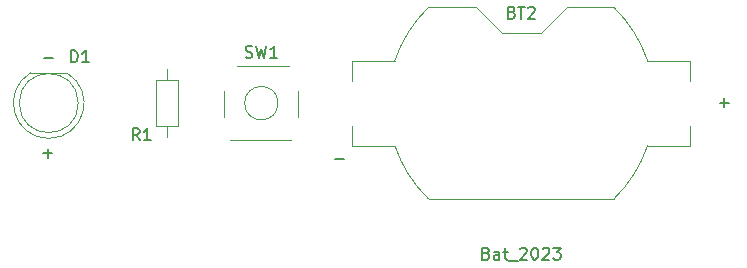
<source format=gto>
%TF.GenerationSoftware,KiCad,Pcbnew,8.0.4*%
%TF.CreationDate,2025-01-27T11:44:45+05:30*%
%TF.ProjectId,Flash_light,466c6173-685f-46c6-9967-68742e6b6963,1*%
%TF.SameCoordinates,Original*%
%TF.FileFunction,Legend,Top*%
%TF.FilePolarity,Positive*%
%FSLAX46Y46*%
G04 Gerber Fmt 4.6, Leading zero omitted, Abs format (unit mm)*
G04 Created by KiCad (PCBNEW 8.0.4) date 2025-01-27 11:44:45*
%MOMM*%
%LPD*%
G01*
G04 APERTURE LIST*
%ADD10C,0.150000*%
%ADD11C,0.120000*%
G04 APERTURE END LIST*
D10*
X164806779Y-163228866D02*
X165568684Y-163228866D01*
X165187731Y-163609819D02*
X165187731Y-162847914D01*
X132266779Y-168018866D02*
X133028684Y-168018866D01*
X107616779Y-159388866D02*
X108378684Y-159388866D01*
X107516779Y-167478866D02*
X108278684Y-167478866D01*
X107897731Y-167859819D02*
X107897731Y-167097914D01*
X124666667Y-159357200D02*
X124809524Y-159404819D01*
X124809524Y-159404819D02*
X125047619Y-159404819D01*
X125047619Y-159404819D02*
X125142857Y-159357200D01*
X125142857Y-159357200D02*
X125190476Y-159309580D01*
X125190476Y-159309580D02*
X125238095Y-159214342D01*
X125238095Y-159214342D02*
X125238095Y-159119104D01*
X125238095Y-159119104D02*
X125190476Y-159023866D01*
X125190476Y-159023866D02*
X125142857Y-158976247D01*
X125142857Y-158976247D02*
X125047619Y-158928628D01*
X125047619Y-158928628D02*
X124857143Y-158881009D01*
X124857143Y-158881009D02*
X124761905Y-158833390D01*
X124761905Y-158833390D02*
X124714286Y-158785771D01*
X124714286Y-158785771D02*
X124666667Y-158690533D01*
X124666667Y-158690533D02*
X124666667Y-158595295D01*
X124666667Y-158595295D02*
X124714286Y-158500057D01*
X124714286Y-158500057D02*
X124761905Y-158452438D01*
X124761905Y-158452438D02*
X124857143Y-158404819D01*
X124857143Y-158404819D02*
X125095238Y-158404819D01*
X125095238Y-158404819D02*
X125238095Y-158452438D01*
X125571429Y-158404819D02*
X125809524Y-159404819D01*
X125809524Y-159404819D02*
X126000000Y-158690533D01*
X126000000Y-158690533D02*
X126190476Y-159404819D01*
X126190476Y-159404819D02*
X126428572Y-158404819D01*
X127333333Y-159404819D02*
X126761905Y-159404819D01*
X127047619Y-159404819D02*
X127047619Y-158404819D01*
X127047619Y-158404819D02*
X126952381Y-158547676D01*
X126952381Y-158547676D02*
X126857143Y-158642914D01*
X126857143Y-158642914D02*
X126761905Y-158690533D01*
X115693333Y-166384819D02*
X115360000Y-165908628D01*
X115121905Y-166384819D02*
X115121905Y-165384819D01*
X115121905Y-165384819D02*
X115502857Y-165384819D01*
X115502857Y-165384819D02*
X115598095Y-165432438D01*
X115598095Y-165432438D02*
X115645714Y-165480057D01*
X115645714Y-165480057D02*
X115693333Y-165575295D01*
X115693333Y-165575295D02*
X115693333Y-165718152D01*
X115693333Y-165718152D02*
X115645714Y-165813390D01*
X115645714Y-165813390D02*
X115598095Y-165861009D01*
X115598095Y-165861009D02*
X115502857Y-165908628D01*
X115502857Y-165908628D02*
X115121905Y-165908628D01*
X116645714Y-166384819D02*
X116074286Y-166384819D01*
X116360000Y-166384819D02*
X116360000Y-165384819D01*
X116360000Y-165384819D02*
X116264762Y-165527676D01*
X116264762Y-165527676D02*
X116169524Y-165622914D01*
X116169524Y-165622914D02*
X116074286Y-165670533D01*
X109881905Y-159784819D02*
X109881905Y-158784819D01*
X109881905Y-158784819D02*
X110120000Y-158784819D01*
X110120000Y-158784819D02*
X110262857Y-158832438D01*
X110262857Y-158832438D02*
X110358095Y-158927676D01*
X110358095Y-158927676D02*
X110405714Y-159022914D01*
X110405714Y-159022914D02*
X110453333Y-159213390D01*
X110453333Y-159213390D02*
X110453333Y-159356247D01*
X110453333Y-159356247D02*
X110405714Y-159546723D01*
X110405714Y-159546723D02*
X110358095Y-159641961D01*
X110358095Y-159641961D02*
X110262857Y-159737200D01*
X110262857Y-159737200D02*
X110120000Y-159784819D01*
X110120000Y-159784819D02*
X109881905Y-159784819D01*
X111405714Y-159784819D02*
X110834286Y-159784819D01*
X111120000Y-159784819D02*
X111120000Y-158784819D01*
X111120000Y-158784819D02*
X111024762Y-158927676D01*
X111024762Y-158927676D02*
X110929524Y-159022914D01*
X110929524Y-159022914D02*
X110834286Y-159070533D01*
X147214285Y-155561009D02*
X147357142Y-155608628D01*
X147357142Y-155608628D02*
X147404761Y-155656247D01*
X147404761Y-155656247D02*
X147452380Y-155751485D01*
X147452380Y-155751485D02*
X147452380Y-155894342D01*
X147452380Y-155894342D02*
X147404761Y-155989580D01*
X147404761Y-155989580D02*
X147357142Y-156037200D01*
X147357142Y-156037200D02*
X147261904Y-156084819D01*
X147261904Y-156084819D02*
X146880952Y-156084819D01*
X146880952Y-156084819D02*
X146880952Y-155084819D01*
X146880952Y-155084819D02*
X147214285Y-155084819D01*
X147214285Y-155084819D02*
X147309523Y-155132438D01*
X147309523Y-155132438D02*
X147357142Y-155180057D01*
X147357142Y-155180057D02*
X147404761Y-155275295D01*
X147404761Y-155275295D02*
X147404761Y-155370533D01*
X147404761Y-155370533D02*
X147357142Y-155465771D01*
X147357142Y-155465771D02*
X147309523Y-155513390D01*
X147309523Y-155513390D02*
X147214285Y-155561009D01*
X147214285Y-155561009D02*
X146880952Y-155561009D01*
X147738095Y-155084819D02*
X148309523Y-155084819D01*
X148023809Y-156084819D02*
X148023809Y-155084819D01*
X148595238Y-155180057D02*
X148642857Y-155132438D01*
X148642857Y-155132438D02*
X148738095Y-155084819D01*
X148738095Y-155084819D02*
X148976190Y-155084819D01*
X148976190Y-155084819D02*
X149071428Y-155132438D01*
X149071428Y-155132438D02*
X149119047Y-155180057D01*
X149119047Y-155180057D02*
X149166666Y-155275295D01*
X149166666Y-155275295D02*
X149166666Y-155370533D01*
X149166666Y-155370533D02*
X149119047Y-155513390D01*
X149119047Y-155513390D02*
X148547619Y-156084819D01*
X148547619Y-156084819D02*
X149166666Y-156084819D01*
X145057618Y-175971009D02*
X145200475Y-176018628D01*
X145200475Y-176018628D02*
X145248094Y-176066247D01*
X145248094Y-176066247D02*
X145295713Y-176161485D01*
X145295713Y-176161485D02*
X145295713Y-176304342D01*
X145295713Y-176304342D02*
X145248094Y-176399580D01*
X145248094Y-176399580D02*
X145200475Y-176447200D01*
X145200475Y-176447200D02*
X145105237Y-176494819D01*
X145105237Y-176494819D02*
X144724285Y-176494819D01*
X144724285Y-176494819D02*
X144724285Y-175494819D01*
X144724285Y-175494819D02*
X145057618Y-175494819D01*
X145057618Y-175494819D02*
X145152856Y-175542438D01*
X145152856Y-175542438D02*
X145200475Y-175590057D01*
X145200475Y-175590057D02*
X145248094Y-175685295D01*
X145248094Y-175685295D02*
X145248094Y-175780533D01*
X145248094Y-175780533D02*
X145200475Y-175875771D01*
X145200475Y-175875771D02*
X145152856Y-175923390D01*
X145152856Y-175923390D02*
X145057618Y-175971009D01*
X145057618Y-175971009D02*
X144724285Y-175971009D01*
X146152856Y-176494819D02*
X146152856Y-175971009D01*
X146152856Y-175971009D02*
X146105237Y-175875771D01*
X146105237Y-175875771D02*
X146009999Y-175828152D01*
X146009999Y-175828152D02*
X145819523Y-175828152D01*
X145819523Y-175828152D02*
X145724285Y-175875771D01*
X146152856Y-176447200D02*
X146057618Y-176494819D01*
X146057618Y-176494819D02*
X145819523Y-176494819D01*
X145819523Y-176494819D02*
X145724285Y-176447200D01*
X145724285Y-176447200D02*
X145676666Y-176351961D01*
X145676666Y-176351961D02*
X145676666Y-176256723D01*
X145676666Y-176256723D02*
X145724285Y-176161485D01*
X145724285Y-176161485D02*
X145819523Y-176113866D01*
X145819523Y-176113866D02*
X146057618Y-176113866D01*
X146057618Y-176113866D02*
X146152856Y-176066247D01*
X146486190Y-175828152D02*
X146867142Y-175828152D01*
X146629047Y-175494819D02*
X146629047Y-176351961D01*
X146629047Y-176351961D02*
X146676666Y-176447200D01*
X146676666Y-176447200D02*
X146771904Y-176494819D01*
X146771904Y-176494819D02*
X146867142Y-176494819D01*
X146962381Y-176590057D02*
X147724285Y-176590057D01*
X147914762Y-175590057D02*
X147962381Y-175542438D01*
X147962381Y-175542438D02*
X148057619Y-175494819D01*
X148057619Y-175494819D02*
X148295714Y-175494819D01*
X148295714Y-175494819D02*
X148390952Y-175542438D01*
X148390952Y-175542438D02*
X148438571Y-175590057D01*
X148438571Y-175590057D02*
X148486190Y-175685295D01*
X148486190Y-175685295D02*
X148486190Y-175780533D01*
X148486190Y-175780533D02*
X148438571Y-175923390D01*
X148438571Y-175923390D02*
X147867143Y-176494819D01*
X147867143Y-176494819D02*
X148486190Y-176494819D01*
X149105238Y-175494819D02*
X149200476Y-175494819D01*
X149200476Y-175494819D02*
X149295714Y-175542438D01*
X149295714Y-175542438D02*
X149343333Y-175590057D01*
X149343333Y-175590057D02*
X149390952Y-175685295D01*
X149390952Y-175685295D02*
X149438571Y-175875771D01*
X149438571Y-175875771D02*
X149438571Y-176113866D01*
X149438571Y-176113866D02*
X149390952Y-176304342D01*
X149390952Y-176304342D02*
X149343333Y-176399580D01*
X149343333Y-176399580D02*
X149295714Y-176447200D01*
X149295714Y-176447200D02*
X149200476Y-176494819D01*
X149200476Y-176494819D02*
X149105238Y-176494819D01*
X149105238Y-176494819D02*
X149010000Y-176447200D01*
X149010000Y-176447200D02*
X148962381Y-176399580D01*
X148962381Y-176399580D02*
X148914762Y-176304342D01*
X148914762Y-176304342D02*
X148867143Y-176113866D01*
X148867143Y-176113866D02*
X148867143Y-175875771D01*
X148867143Y-175875771D02*
X148914762Y-175685295D01*
X148914762Y-175685295D02*
X148962381Y-175590057D01*
X148962381Y-175590057D02*
X149010000Y-175542438D01*
X149010000Y-175542438D02*
X149105238Y-175494819D01*
X149819524Y-175590057D02*
X149867143Y-175542438D01*
X149867143Y-175542438D02*
X149962381Y-175494819D01*
X149962381Y-175494819D02*
X150200476Y-175494819D01*
X150200476Y-175494819D02*
X150295714Y-175542438D01*
X150295714Y-175542438D02*
X150343333Y-175590057D01*
X150343333Y-175590057D02*
X150390952Y-175685295D01*
X150390952Y-175685295D02*
X150390952Y-175780533D01*
X150390952Y-175780533D02*
X150343333Y-175923390D01*
X150343333Y-175923390D02*
X149771905Y-176494819D01*
X149771905Y-176494819D02*
X150390952Y-176494819D01*
X150724286Y-175494819D02*
X151343333Y-175494819D01*
X151343333Y-175494819D02*
X151010000Y-175875771D01*
X151010000Y-175875771D02*
X151152857Y-175875771D01*
X151152857Y-175875771D02*
X151248095Y-175923390D01*
X151248095Y-175923390D02*
X151295714Y-175971009D01*
X151295714Y-175971009D02*
X151343333Y-176066247D01*
X151343333Y-176066247D02*
X151343333Y-176304342D01*
X151343333Y-176304342D02*
X151295714Y-176399580D01*
X151295714Y-176399580D02*
X151248095Y-176447200D01*
X151248095Y-176447200D02*
X151152857Y-176494819D01*
X151152857Y-176494819D02*
X150867143Y-176494819D01*
X150867143Y-176494819D02*
X150771905Y-176447200D01*
X150771905Y-176447200D02*
X150724286Y-176399580D01*
D11*
%TO.C,SW1*%
X122880000Y-164400000D02*
X122880000Y-162200000D01*
X123350000Y-166370000D02*
X128550000Y-166370000D01*
X123950000Y-160130000D02*
X128350000Y-160130000D01*
X129120000Y-162200000D02*
X129120000Y-164400000D01*
X127414214Y-163250000D02*
G75*
G02*
X124585786Y-163250000I-1414214J0D01*
G01*
X124585786Y-163250000D02*
G75*
G02*
X127414214Y-163250000I1414214J0D01*
G01*
%TO.C,R1*%
X118000000Y-166120000D02*
X118000000Y-165170000D01*
X117080000Y-165170000D02*
X118920000Y-165170000D01*
X118920000Y-165170000D02*
X118920000Y-161330000D01*
X117080000Y-161330000D02*
X117080000Y-165170000D01*
X118920000Y-161330000D02*
X117080000Y-161330000D01*
X118000000Y-160380000D02*
X118000000Y-161330000D01*
%TO.C,D1*%
X109545000Y-160685000D02*
X106455000Y-160685000D01*
X109544830Y-160685000D02*
G75*
G02*
X107999538Y-166235000I-1544830J-2560000D01*
G01*
X108000462Y-166235000D02*
G75*
G02*
X106455170Y-160685000I-462J2990000D01*
G01*
X110500000Y-163245000D02*
G75*
G02*
X105500000Y-163245000I-2500000J0D01*
G01*
X105500000Y-163245000D02*
G75*
G02*
X110500000Y-163245000I2500000J0D01*
G01*
%TO.C,BT2*%
X137308000Y-159640000D02*
G75*
G02*
X140154629Y-155138211I10692020J-3610012D01*
G01*
X140154629Y-171361789D02*
G75*
G02*
X137308000Y-166860000I7845371J8111789D01*
G01*
X155845371Y-155138211D02*
G75*
G02*
X158692000Y-159640000I-7845366J-8111785D01*
G01*
X158692000Y-166860000D02*
G75*
G02*
X155845372Y-171361790I-10692020J3610010D01*
G01*
X133690000Y-159640000D02*
X137308000Y-159640000D01*
X133690000Y-161350000D02*
X133690000Y-159640000D01*
X133690000Y-165150000D02*
X133690000Y-166860000D01*
X137308000Y-166860000D02*
X133690000Y-166860000D01*
X140152700Y-155140000D02*
X144140000Y-155140000D01*
X146340000Y-157340000D02*
X144140000Y-155140000D01*
X146340000Y-157340000D02*
X149660000Y-157340000D01*
X149660000Y-157340000D02*
X151860000Y-155140000D01*
X151860000Y-155140000D02*
X155847300Y-155140000D01*
X155847300Y-171360000D02*
X140152700Y-171360000D01*
X158692000Y-159640000D02*
X162310000Y-159640000D01*
X162310000Y-161350000D02*
X162310000Y-159640000D01*
X162310000Y-165150000D02*
X162310000Y-166860000D01*
X162310000Y-166860000D02*
X158692000Y-166860000D01*
%TD*%
M02*

</source>
